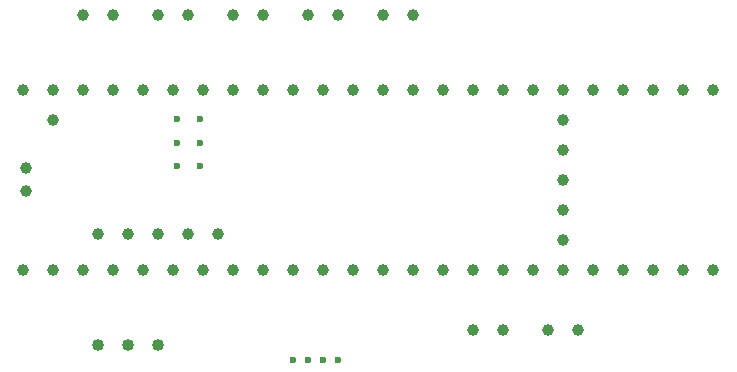
<source format=gbr>
%TF.GenerationSoftware,Altium Limited,Altium Designer,23.10.1 (27)*%
G04 Layer_Color=0*
%FSLAX45Y45*%
%MOMM*%
%TF.SameCoordinates,0853C776-B364-4FBC-9FD6-CE7C03B239D3*%
%TF.FilePolarity,Positive*%
%TF.FileFunction,Plated,1,2,PTH,Drill*%
%TF.Part,Single*%
G01*
G75*
%TA.AperFunction,ComponentDrill*%
%ADD27C,0.59995*%
%ADD28C,0.59995*%
%ADD29C,1.00000*%
%ADD30C,1.00000*%
%ADD31C,1.01600*%
D27*
X3175000Y381000D02*
D03*
X3302000D02*
D03*
X3429000D02*
D03*
X3556000D02*
D03*
D28*
X2386000Y2016989D02*
D03*
Y2216988D02*
D03*
Y2416988D02*
D03*
X2186000Y2016989D02*
D03*
Y2216988D02*
D03*
Y2416988D02*
D03*
D29*
X912012Y1805000D02*
D03*
Y2005000D02*
D03*
X4445000Y2667000D02*
D03*
X2413000Y1143000D02*
D03*
X5461000Y2413000D02*
D03*
Y2159000D02*
D03*
X889000Y2667000D02*
D03*
X5461000Y1905000D02*
D03*
X889000Y1143000D02*
D03*
D30*
X4699000D02*
D03*
X2540000Y1442999D02*
D03*
X2286000D02*
D03*
X2032000D02*
D03*
X1778000D02*
D03*
X1524000D02*
D03*
X6731000Y2667000D02*
D03*
X6477000D02*
D03*
X6223000D02*
D03*
X5969000D02*
D03*
X5715000D02*
D03*
X5461000D02*
D03*
X5207000D02*
D03*
X4953000D02*
D03*
X4699000D02*
D03*
X6731000Y1143000D02*
D03*
X6477000D02*
D03*
X6223000D02*
D03*
X5969000D02*
D03*
X5715000D02*
D03*
X5461000D02*
D03*
X5207000D02*
D03*
X4953000D02*
D03*
X4445000D02*
D03*
X1651000Y2667000D02*
D03*
X1905000D02*
D03*
X2159000D02*
D03*
X2413000D02*
D03*
X2667000D02*
D03*
X2921000D02*
D03*
X3175000D02*
D03*
X3429000D02*
D03*
X3683000D02*
D03*
X3937000D02*
D03*
X1143000Y2413000D02*
D03*
X3937000Y1143000D02*
D03*
X3683000D02*
D03*
X3429000D02*
D03*
X3175000D02*
D03*
X2921000D02*
D03*
X2667000D02*
D03*
X2159000D02*
D03*
X1905000D02*
D03*
X1651000D02*
D03*
X1397000D02*
D03*
X1143000D02*
D03*
X4191000D02*
D03*
Y2667000D02*
D03*
X5461000Y1397000D02*
D03*
Y1651000D02*
D03*
X1397000Y2667000D02*
D03*
X1143000D02*
D03*
X5334000Y635000D02*
D03*
X5588000D02*
D03*
X4699000D02*
D03*
X4953000D02*
D03*
X1651000Y3302000D02*
D03*
X1397000D02*
D03*
X2286000D02*
D03*
X2032000D02*
D03*
X2921000D02*
D03*
X2667000D02*
D03*
X3556000D02*
D03*
X3302000D02*
D03*
X4191000D02*
D03*
X3937000D02*
D03*
D31*
X2032000Y508000D02*
D03*
X1778000D02*
D03*
X1524000D02*
D03*
%TF.MD5,cc97549c0f74ab774350b0bdd304191e*%
M02*

</source>
